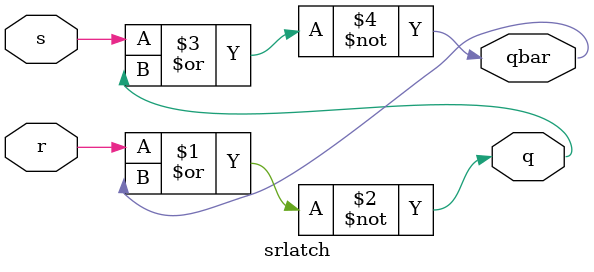
<source format=v>
`timescale 1ns / 1ps


module srlatch(input s, r, output q, qbar);
    nor #1 n1(q, r, qbar);
    nor #1 n2(qbar, s, q);
endmodule
</source>
